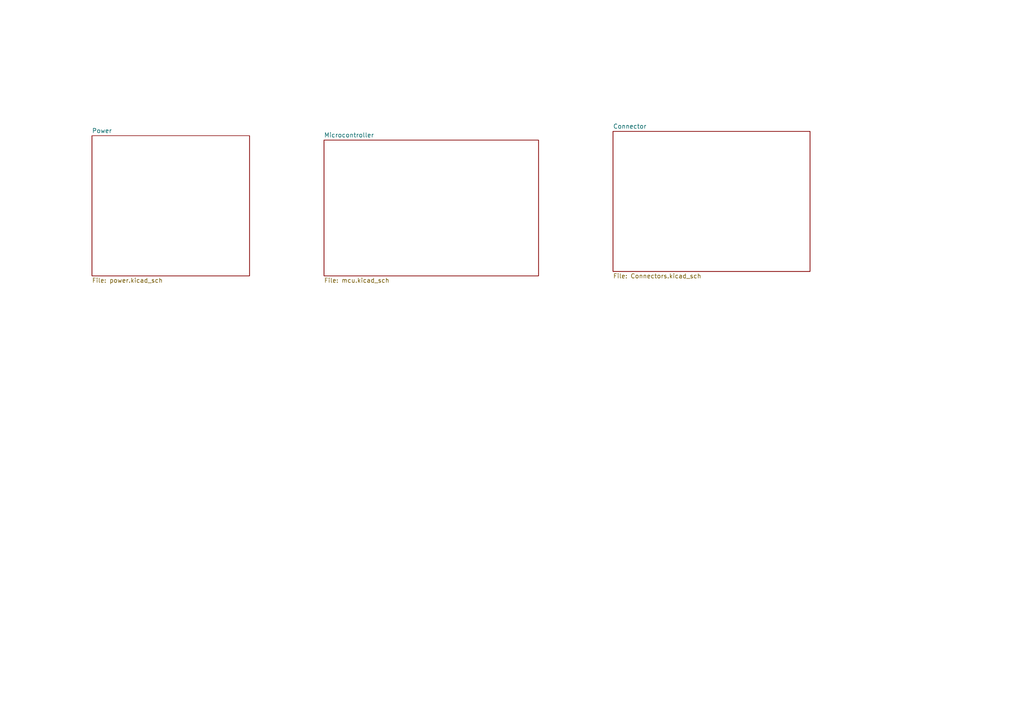
<source format=kicad_sch>
(kicad_sch
	(version 20250114)
	(generator "eeschema")
	(generator_version "9.0")
	(uuid "6c4a903a-5b2c-4fff-b670-18618cb937b9")
	(paper "A4")
	(title_block
		(title "Atmega32 Evaluation Board")
		(date "2025-11-14")
		(company "Pilolo Electronics")
		(comment 1 "Project assignment")
	)
	(lib_symbols)
	(sheet
		(at 177.8 38.1)
		(size 57.15 40.64)
		(exclude_from_sim no)
		(in_bom yes)
		(on_board yes)
		(dnp no)
		(fields_autoplaced yes)
		(stroke
			(width 0.1524)
			(type solid)
		)
		(fill
			(color 0 0 0 0.0000)
		)
		(uuid "160c6ff6-4897-4348-9a8b-93014dc18887")
		(property "Sheetname" "Connector"
			(at 177.8 37.3884 0)
			(effects
				(font
					(size 1.27 1.27)
				)
				(justify left bottom)
			)
		)
		(property "Sheetfile" "Connectors.kicad_sch"
			(at 177.8 79.3246 0)
			(effects
				(font
					(size 1.27 1.27)
				)
				(justify left top)
			)
		)
		(instances
			(project "Atmega32_Evaluation_Board"
				(path "/6c4a903a-5b2c-4fff-b670-18618cb937b9"
					(page "4")
				)
			)
		)
	)
	(sheet
		(at 93.98 40.64)
		(size 62.23 39.37)
		(exclude_from_sim no)
		(in_bom yes)
		(on_board yes)
		(dnp no)
		(fields_autoplaced yes)
		(stroke
			(width 0.1524)
			(type solid)
		)
		(fill
			(color 0 0 0 0.0000)
		)
		(uuid "54d2ed40-1f91-4b61-8c64-2bf362b274a1")
		(property "Sheetname" "Microcontroller"
			(at 93.98 39.9284 0)
			(effects
				(font
					(size 1.27 1.27)
				)
				(justify left bottom)
			)
		)
		(property "Sheetfile" "mcu.kicad_sch"
			(at 93.98 80.5946 0)
			(effects
				(font
					(size 1.27 1.27)
				)
				(justify left top)
			)
		)
		(instances
			(project "Atmega32_Evaluation_Board"
				(path "/6c4a903a-5b2c-4fff-b670-18618cb937b9"
					(page "3")
				)
			)
		)
	)
	(sheet
		(at 26.67 39.37)
		(size 45.72 40.64)
		(exclude_from_sim no)
		(in_bom yes)
		(on_board yes)
		(dnp no)
		(fields_autoplaced yes)
		(stroke
			(width 0.1524)
			(type solid)
		)
		(fill
			(color 0 0 0 0.0000)
		)
		(uuid "d7cce94c-acc5-4d67-960f-cff46a0a01c1")
		(property "Sheetname" "Power"
			(at 26.67 38.6584 0)
			(effects
				(font
					(size 1.27 1.27)
				)
				(justify left bottom)
			)
		)
		(property "Sheetfile" "power.kicad_sch"
			(at 26.67 80.5946 0)
			(effects
				(font
					(size 1.27 1.27)
				)
				(justify left top)
			)
		)
		(instances
			(project "Atmega32_Evaluation_Board"
				(path "/6c4a903a-5b2c-4fff-b670-18618cb937b9"
					(page "2")
				)
			)
		)
	)
	(sheet_instances
		(path "/"
			(page "1")
		)
	)
	(embedded_fonts no)
)

</source>
